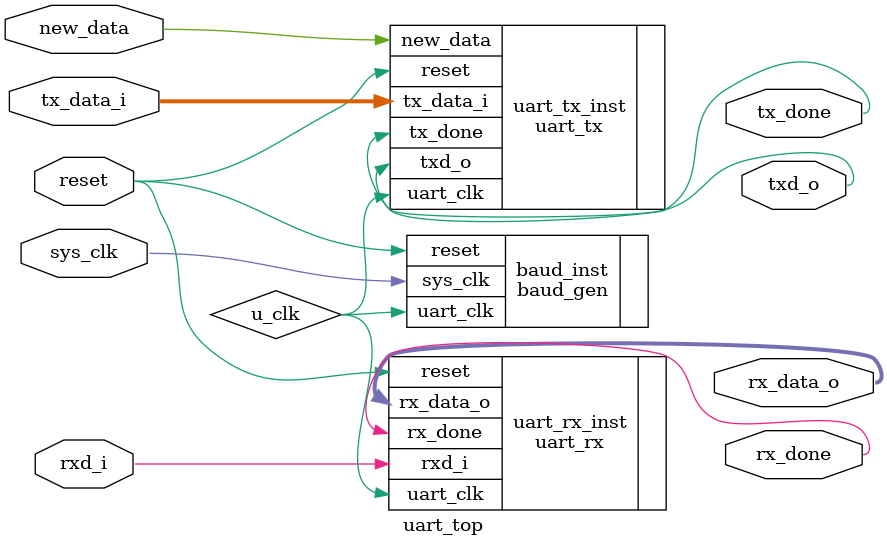
<source format=sv>
module uart_top #( 
	parameter BAUD_RATE = 9600,
	parameter SYS_FREQUENCY = 1000000
)(
	input sys_clk, reset,
	input [7:0] tx_data_i,
	input new_data,
	output txd_o, tx_done,
	input rxd_i,
	output rx_done,
	output [7:0] rx_data_o	
);

wire u_clk;


baud_gen #(
	.BAUD_RATE(BAUD_RATE),
	.SYS_FREQUENCY(SYS_FREQUENCY)
) baud_inst (
	.sys_clk(sys_clk),
	.reset(reset),
	.uart_clk(u_clk)
);

uart_tx uart_tx_inst (
	.new_data(new_data),
	.tx_data_i(tx_data_i), 
	.uart_clk(u_clk), 
	.reset(reset),
	.tx_done(tx_done), 
	.txd_o(txd_o)
);

uart_rx uart_rx_inst(
	.rxd_i(rxd_i),
	.reset(reset), 
	.uart_clk(u_clk),
	.rx_data_o(rx_data_o),
	.rx_done(rx_done)	
);


endmodule
</source>
